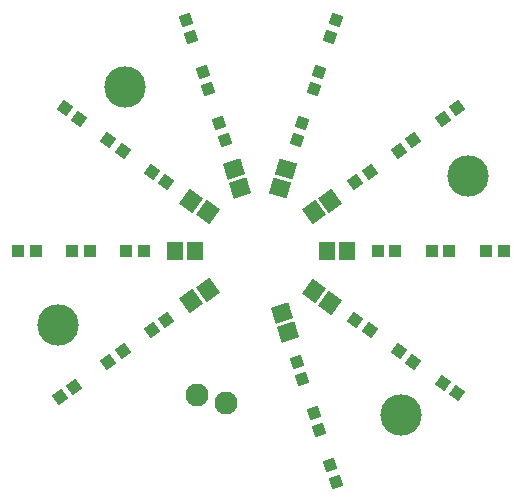
<source format=gts>
G04 Layer_Color=8388736*
%FSLAX25Y25*%
%MOIN*%
G70*
G01*
G75*
%ADD31R,0.03950X0.03950*%
%ADD32R,0.03950X0.03950*%
%ADD33R,0.03950X0.03950*%
%ADD34R,0.03950X0.03950*%
%ADD35P,0.05586X4X189.0*%
%ADD36P,0.05586X4X333.0*%
%ADD37P,0.05586X4X261.0*%
%ADD38P,0.05586X4X117.0*%
G04:AMPARAMS|DCode=39|XSize=61.15mil|YSize=55.24mil|CornerRadius=0mil|HoleSize=0mil|Usage=FLASHONLY|Rotation=198.000|XOffset=0mil|YOffset=0mil|HoleType=Round|Shape=Rectangle|*
%AMROTATEDRECTD39*
4,1,4,0.02054,0.03572,0.03761,-0.01682,-0.02054,-0.03572,-0.03761,0.01682,0.02054,0.03572,0.0*
%
%ADD39ROTATEDRECTD39*%

G04:AMPARAMS|DCode=40|XSize=61.15mil|YSize=55.24mil|CornerRadius=0mil|HoleSize=0mil|Usage=FLASHONLY|Rotation=126.000|XOffset=0mil|YOffset=0mil|HoleType=Round|Shape=Rectangle|*
%AMROTATEDRECTD40*
4,1,4,0.04032,-0.00850,-0.00438,-0.04097,-0.04032,0.00850,0.00438,0.04097,0.04032,-0.00850,0.0*
%
%ADD40ROTATEDRECTD40*%

%ADD41R,0.05524X0.06115*%
G04:AMPARAMS|DCode=42|XSize=61.15mil|YSize=55.24mil|CornerRadius=0mil|HoleSize=0mil|Usage=FLASHONLY|Rotation=54.000|XOffset=0mil|YOffset=0mil|HoleType=Round|Shape=Rectangle|*
%AMROTATEDRECTD42*
4,1,4,0.00438,-0.04097,-0.04032,-0.00850,-0.00438,0.04097,0.04032,0.00850,0.00438,-0.04097,0.0*
%
%ADD42ROTATEDRECTD42*%

G04:AMPARAMS|DCode=43|XSize=61.15mil|YSize=55.24mil|CornerRadius=0mil|HoleSize=0mil|Usage=FLASHONLY|Rotation=344.000|XOffset=0mil|YOffset=0mil|HoleType=Round|Shape=Rectangle|*
%AMROTATEDRECTD43*
4,1,4,-0.03700,-0.01812,-0.02178,0.03498,0.03700,0.01812,0.02178,-0.03498,-0.03700,-0.01812,0.0*
%
%ADD43ROTATEDRECTD43*%

%ADD44P,0.05586X4X370.6*%
%ADD45P,0.05586X4X333.0*%
%ADD46P,0.05586X4X333.0*%
%ADD47C,0.07690*%
%ADD48C,0.13792*%
D31*
X522079Y281000D02*
D03*
X402157Y281000D02*
D03*
X408063Y281000D02*
D03*
X390063Y281000D02*
D03*
X384157D02*
D03*
X366158D02*
D03*
X372063D02*
D03*
D32*
X527984D02*
D03*
D33*
X509842Y281000D02*
D03*
X503937Y281000D02*
D03*
D34*
X485937Y281000D02*
D03*
X491843Y281000D02*
D03*
D35*
X386375Y325047D02*
D03*
X381597Y328518D02*
D03*
X396159Y317938D02*
D03*
X400937Y314467D02*
D03*
X415499Y303887D02*
D03*
X410722Y307358D02*
D03*
X493063Y247533D02*
D03*
X497841Y244062D02*
D03*
X483278Y254642D02*
D03*
X478501Y258113D02*
D03*
D36*
X466419Y221233D02*
D03*
X464595Y226850D02*
D03*
X422018Y357886D02*
D03*
X423843Y352269D02*
D03*
X429405Y335150D02*
D03*
X427581Y340767D02*
D03*
X433143Y323648D02*
D03*
X434968Y318031D02*
D03*
D37*
X415499Y258113D02*
D03*
X410722Y254642D02*
D03*
X396159Y244062D02*
D03*
X400937Y247533D02*
D03*
X384757Y235777D02*
D03*
X379979Y232306D02*
D03*
X512403Y328518D02*
D03*
X507625Y325047D02*
D03*
X493063Y314467D02*
D03*
X497841Y317938D02*
D03*
X483278Y307358D02*
D03*
X478501Y303887D02*
D03*
D38*
X466419Y340767D02*
D03*
X464595Y335150D02*
D03*
X470157Y352269D02*
D03*
X471982Y357886D02*
D03*
X459032Y318031D02*
D03*
X460857Y323648D02*
D03*
D39*
X453981Y260269D02*
D03*
X456049Y253904D02*
D03*
X437950Y308301D02*
D03*
X440018Y301936D02*
D03*
D40*
X429253Y268106D02*
D03*
X423838Y264172D02*
D03*
X470162Y297828D02*
D03*
X464747Y293894D02*
D03*
D41*
X468898Y281000D02*
D03*
X475591Y281000D02*
D03*
X418307Y281000D02*
D03*
X425000Y281000D02*
D03*
D42*
X429253Y293894D02*
D03*
X423838Y297828D02*
D03*
X469951Y263781D02*
D03*
X464537Y267715D02*
D03*
D43*
X453475Y301901D02*
D03*
X455319Y308335D02*
D03*
D44*
X512449Y233547D02*
D03*
X507578Y236886D02*
D03*
D45*
X459032Y243969D02*
D03*
X460857Y238352D02*
D03*
D46*
X470157Y209731D02*
D03*
X471982Y204114D02*
D03*
D47*
X435250Y230291D02*
D03*
X425591Y232879D02*
D03*
D48*
X379402Y256398D02*
D03*
X493669Y226390D02*
D03*
X516043Y305980D02*
D03*
X401721Y335650D02*
D03*
M02*

</source>
